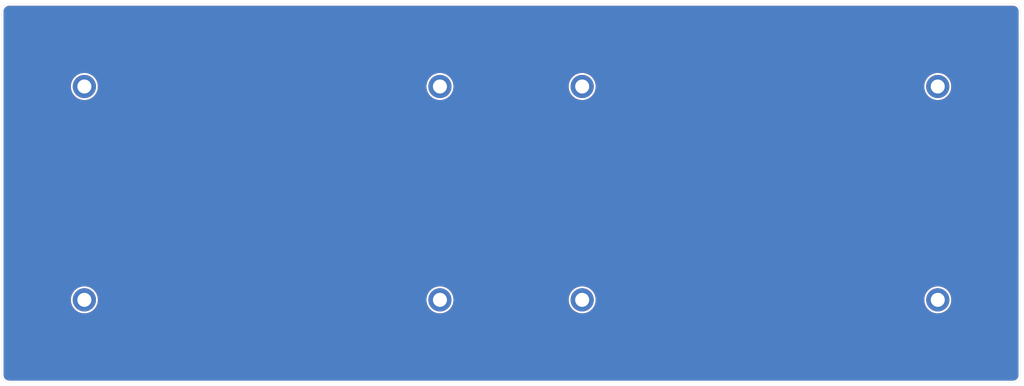
<source format=kicad_pcb>
(kicad_pcb (version 20171130) (host pcbnew 5.1.10)
  (layers (0 F.Cu signal) (31 B.Cu signal) (34 B.Paste user) (35 F.Paste user) (36 B.SilkS user) (37 F.SilkS user) (38 B.Mask user) (39 F.Mask user) (44 Edge.Cuts user))
  (net 0 "")
  (module Keyboard_a:logo_solder_f (layer B.Cu) (at 249.86 96.14 180)
    (fp_text reference G*** hide)
    (fp_text value LOGO hide)
  )
  (module Keyboard_a:logo_solder_f (layer B.Cu) (at 199.86 96.14 180)
    (fp_text reference G*** hide)
    (fp_text value LOGO hide)
  )
  (module Keyboard_a:logo_solder_f (layer B.Cu) (at 149.86 96.14 180)
    (fp_text reference G*** hide)
    (fp_text value LOGO hide)
  )
  (module Keyboard_a:logo_solder_f (layer B.Cu) (at 99.86 96.14 180)
    (fp_text reference G*** hide)
    (fp_text value LOGO hide)
  )
  (module Keyboard_a:logo_solder_f (layer B.Cu) (at 49.86 96.14 180)
    (fp_text reference G*** hide)
    (fp_text value LOGO hide)
  )
  (module MountingHole:MountingHole_3.2mm_M3_DIN965_Pad (layer F.Cu) (at 34.86 69.14)
    (fp_text reference REF** hide)
    (fp_text value MountingHole_3.2mm_M3_DIN965_Pad)
    (pad 1 thru_hole circle (at 0 0) (size 6.2 6.2) (drill 3.75) (layers *.Cu *.Mask))
  )
  (module MountingHole:MountingHole_3.2mm_M3_DIN965_Pad (layer F.Cu) (at 129.86 126.14)
    (fp_text reference REF** hide)
    (fp_text value MountingHole_3.2mm_M3_DIN965_Pad)
    (pad 1 thru_hole circle (at 0 0) (size 6.2 6.2) (drill 3.75) (layers *.Cu *.Mask))
  )
  (module MountingHole:MountingHole_3.2mm_M3_DIN965_Pad (layer F.Cu) (at 262.87 126.14)
    (fp_text reference REF** hide)
    (fp_text value MountingHole_3.2mm_M3_DIN965_Pad)
    (pad 1 thru_hole circle (at 0 0) (size 6.2 6.2) (drill 3.75) (layers *.Cu *.Mask))
  )
  (module MountingHole:MountingHole_3.2mm_M3_DIN965_Pad (layer F.Cu) (at 167.86 69.14)
    (fp_text reference REF** hide)
    (fp_text value MountingHole_3.2mm_M3_DIN965_Pad)
    (pad 1 thru_hole circle (at 0 0) (size 6.2 6.2) (drill 3.75) (layers *.Cu *.Mask))
  )
  (module MountingHole:MountingHole_3.2mm_M3_DIN965_Pad (layer F.Cu) (at 129.86 69.14)
    (fp_text reference REF** hide)
    (fp_text value MountingHole_3.2mm_M3_DIN965_Pad)
    (pad 1 thru_hole circle (at 0 0) (size 6.2 6.2) (drill 3.75) (layers *.Cu *.Mask))
  )
  (module MountingHole:MountingHole_3.2mm_M3_DIN965_Pad (layer F.Cu) (at 34.86 126.14)
    (fp_text reference REF** hide)
    (fp_text value MountingHole_3.2mm_M3_DIN965_Pad)
    (pad 1 thru_hole circle (at 0 0) (size 6.2 6.2) (drill 3.75) (layers *.Cu *.Mask))
  )
  (module MountingHole:MountingHole_3.2mm_M3_DIN965_Pad (layer F.Cu) (at 167.86 126.14)
    (fp_text reference REF** hide)
    (fp_text value MountingHole_3.2mm_M3_DIN965_Pad)
    (pad 1 thru_hole circle (at 0 0) (size 6.2 6.2) (drill 3.75) (layers *.Cu *.Mask))
  )
  (module MountingHole:MountingHole_3.2mm_M3_DIN965_Pad (layer F.Cu) (at 262.86 69.14)
    (fp_text reference REF** hide)
    (fp_text value MountingHole_3.2mm_M3_DIN965_Pad)
    (pad 1 thru_hole circle (at 0 0) (size 6.2 6.2) (drill 3.75) (layers *.Cu *.Mask))
  )
  (gr_line (start 284.965 146.245) (end 284.985 49.045) (layer Edge.Cuts) (width 0.05))
  (gr_arc (start 282.985 49.045) (end 284.985 49.045) (angle -90) (layer Edge.Cuts) (width 0.05))
  (gr_line (start 12.765 49.045) (end 12.765 146.245) (layer Edge.Cuts) (width 0.05))
  (gr_line (start 14.765 47.045) (end 282.985 47.045) (layer Edge.Cuts) (width 0.05))
  (gr_line (start 14.765 148.245) (end 282.965 148.245) (layer Edge.Cuts) (width 0.05))
  (gr_arc (start 14.765 146.245) (end 12.765 146.245) (angle -90) (layer Edge.Cuts) (width 0.05))
  (gr_arc (start 14.765 49.045) (end 14.765 47.045) (angle -90) (layer Edge.Cuts) (width 0.05))
  (gr_arc (start 282.965 146.245) (end 282.965 148.245) (angle -90) (layer Edge.Cuts) (width 0.05))
  (zone (net 0) (net_name "") (layer F.Cu) (connect_pads (clearance 0.508)) (min_thickness 0.254) (fill yes (arc_segments 32) (thermal_gap 0.508) (thermal_bridge_width 0.508))
    (polygon (pts (xy 285.66 46.25) (xy 285.91 146.64) (xy 284.12 148.79) (xy 13.96 149.11) (xy 12.32 146.71) (xy 12.54 49) (xy 12.96 47.25) (xy 15.19 46.81) (xy 283.94 46.03)))
  )
  (zone (net 0) (net_name "") (layer B.Cu) (connect_pads (clearance 0.508)) (min_thickness 0.254) (fill yes (arc_segments 32) (thermal_gap 0.508) (thermal_bridge_width 0.508))
    (polygon (pts (xy 285.66 46.25) (xy 285.91 146.64) (xy 284.12 148.79) (xy 13.96 149.11) (xy 12.32 146.71) (xy 12.54 49) (xy 12.96 47.25) (xy 15.19 46.81) (xy 283.94 46.03)))
  )
)
</source>
